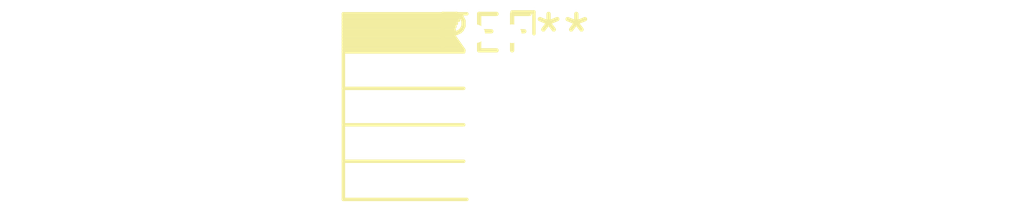
<source format=kicad_pcb>
(kicad_pcb (version 20240108) (generator pcbnew)
  (layers (0 "F.Cu" signal) (31 "B.Cu" signal) (34 "B.Paste" user) (35 "F.Paste" user) (36 "B.SilkS" user "B.Silkscreen") (37 "F.SilkS" user "F.Silkscreen") (38 "B.Mask" user) (39 "F.Mask" user) (44 "Edge.Cuts" user))
  (net 0 "")
  (footprint "PinSocket_2x05_P1.27mm_Horizontal" (layer "F.Cu") (at 0 0)
    (property "Reference" "REF**")
    (property "Value" "PinSocket_2x05_P1.27mm_Horizontal")
    (fp_line (start -5.88 -0.695) (end -5.88 5.775) (layer "F.SilkS") (stroke (width 0.12)))
    (fp_line (start -5.88 -0.695) (end -1.57753 -0.695) (layer "F.SilkS") (stroke (width 0.12)))
    (fp_line (start -5.88 -0.575) (end -1.766966 -0.575) (layer "F.SilkS") (stroke (width 0.12)))
    (fp_line (start -5.88 -0.465) (end -1.871145 -0.465) (layer "F.SilkS") (stroke (width 0.12)))
    (fp_line (start -5.88 -0.355) (end -1.941993 -0.355) (layer "F.SilkS") (stroke (width 0.12)))
    (fp_line (start -5.88 -0.245) (end -1.989427 -0.245) (layer "F.SilkS") (stroke (width 0.12)))
    (fp_line (start -5.88 -0.135) (end -2.017914 -0.135) (layer "F.SilkS") (stroke (width 0.12)))
    (fp_line (start -5.88 -0.025) (end -2.029589 -0.025) (layer "F.SilkS") (stroke (width 0.12)))
    (fp_line (start -5.88 0.085) (end -2.025232 0.085) (layer "F.SilkS") (stroke (width 0.12)))
    (fp_line (start -5.88 0.195) (end -2.004558 0.195) (layer "F.SilkS") (stroke (width 0.12)))
    (fp_line (start -5.88 0.305) (end -1.966114 0.305) (layer "F.SilkS") (stroke (width 0.12)))
    (fp_line (start -5.88 0.415) (end -1.906691 0.415) (layer "F.SilkS") (stroke (width 0.12)))
    (fp_line (start -5.88 0.525) (end -1.819523 0.525) (layer "F.SilkS") (stroke (width 0.12)))
    (fp_line (start -5.88 0.635) (end -1.687582 0.635) (layer "F.SilkS") (stroke (width 0.12)))
    (fp_line (start -5.88 1.905) (end -1.687582 1.905) (layer "F.SilkS") (stroke (width 0.12)))
    (fp_line (start -5.88 3.175) (end -1.687582 3.175) (layer "F.SilkS") (stroke (width 0.12)))
    (fp_line (start -5.88 4.445) (end -1.687582 4.445) (layer "F.SilkS") (stroke (width 0.12)))
    (fp_line (start -5.88 5.775) (end -1.57753 5.775) (layer "F.SilkS") (stroke (width 0.12)))
    (fp_line (start 0 -0.76) (end 0.76 -0.76) (layer "F.SilkS") (stroke (width 0.12)))
    (fp_line (start 0.76 -0.76) (end 0.76 0) (layer "F.SilkS") (stroke (width 0.12)))
    (pad "1" thru_hole rect (at 0 0) (size 1 1) (drill 0.65) (layers *.Cu *.Mask) (remove_unused_layers))
    (pad "2" thru_hole oval (at -1.27 0) (size 1 1) (drill 0.65) (layers *.Cu *.Mask) (remove_unused_layers))
    (pad "3" thru_hole oval (at 0 1.27) (size 1 1) (drill 0.65) (layers *.Cu *.Mask) (remove_unused_layers))
    (pad "4" thru_hole oval (at -1.27 1.27) (size 1 1) (drill 0.65) (layers *.Cu *.Mask) (remove_unused_layers))
    (pad "5" thru_hole oval (at 0 2.54) (size 1 1) (drill 0.65) (layers *.Cu *.Mask) (remove_unused_layers))
    (pad "6" thru_hole oval (at -1.27 2.54) (size 1 1) (drill 0.65) (layers *.Cu *.Mask) (remove_unused_layers))
    (pad "7" thru_hole oval (at 0 3.81) (size 1 1) (drill 0.65) (layers *.Cu *.Mask) (remove_unused_layers))
    (pad "8" thru_hole oval (at -1.27 3.81) (size 1 1) (drill 0.65) (layers *.Cu *.Mask) (remove_unused_layers))
    (pad "9" thru_hole oval (at 0 5.08) (size 1 1) (drill 0.65) (layers *.Cu *.Mask) (remove_unused_layers))
    (pad "10" thru_hole oval (at -1.27 5.08) (size 1 1) (drill 0.65) (layers *.Cu *.Mask) (remove_unused_layers))
  )
)
</source>
